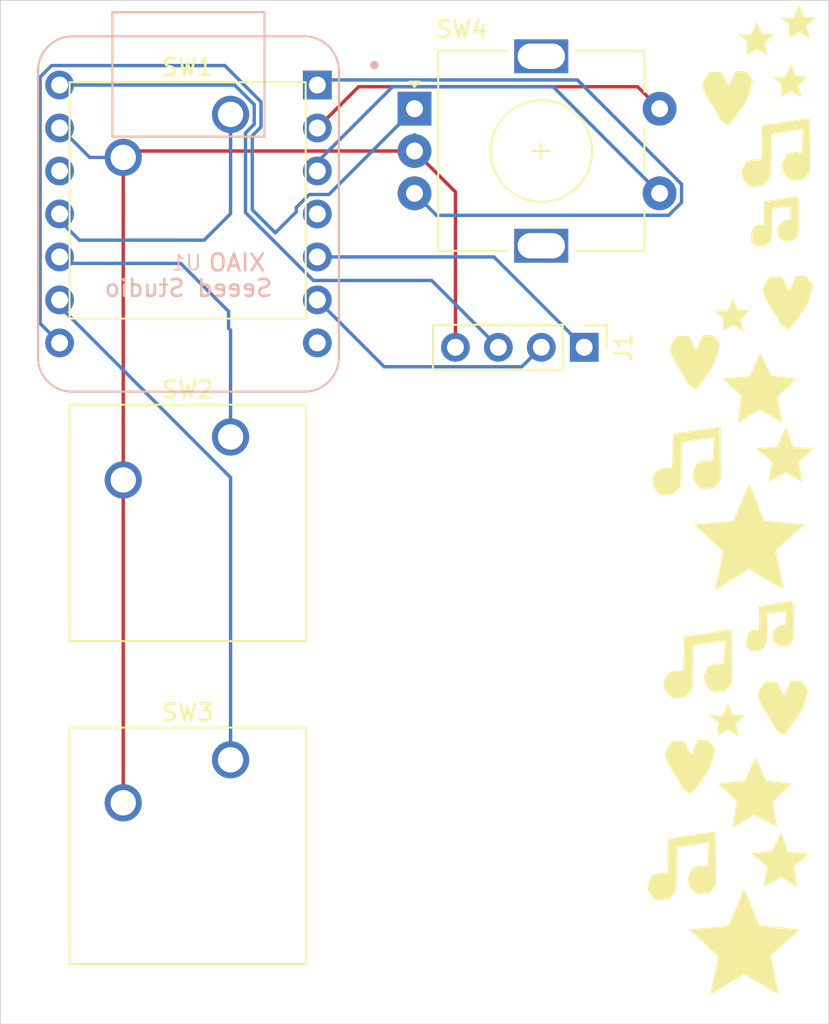
<source format=kicad_pcb>
(kicad_pcb (version 20240108) (generator "pcbnew") (generator_version "8.0")
  (layers (0 "F.Cu" signal) (31 "B.Cu" signal) (34 "B.Paste" user) (35 "F.Paste" user) (36 "B.SilkS" user "B.Silkscreen") (37 "F.SilkS" user "F.Silkscreen") (38 "B.Mask" user) (39 "F.Mask" user) (44 "Edge.Cuts" user))
  (net 0 "")
  (net 1 "Net-(U1-PA6_A10_D10_MOSI)")
  (net 2 "GND")
  (net 3 "Net-(U1-PA5_A9_D9_MISO)")
  (net 4 "Net-(U1-PA7_A8_D8_SCK)")
  (net 7 "SCL")
  (net 9 "SDA")
  (net 10 "VCC")
  (net 11 "EC11SWA")
  (net 12 "EC11A")
  (net 13 "EC11SWB")
  (net 14 "EC11B")
  (footprint "Rotary_Encoder:RotaryEncoder_Alps_EC11E-Switch_Vertical_H20mm" (layer "F.Cu") (at 74.5 65.9)
    (property "Reference" "SW4" (at 2.8 -4.7 0) (layer "F.SilkS"))
    (property "Value" "RotaryEncoder_Switch")
    (fp_line (start -0.3 -1.6) (end 0.3 -1.6) (stroke (width 0.12)) (layer "F.SilkS"))
    (fp_line (start 0 -1.3) (end -0.3 -1.6) (stroke (width 0.12)) (layer "F.SilkS"))
    (fp_line (start 0.3 -1.6) (end 0 -1.3) (stroke (width 0.12)) (layer "F.SilkS"))
    (fp_line (start 1.4 -3.4) (end 1.4 8.4) (stroke (width 0.12)) (layer "F.SilkS"))
    (fp_line (start 5.5 -3.4) (end 1.4 -3.4) (stroke (width 0.12)) (layer "F.SilkS"))
    (fp_line (start 5.5 8.4) (end 1.4 8.4) (stroke (width 0.12)) (layer "F.SilkS"))
    (fp_line (start 7 2.5) (end 8 2.5) (stroke (width 0.12)) (layer "F.SilkS"))
    (fp_line (start 7.5 2) (end 7.5 3) (stroke (width 0.12)) (layer "F.SilkS"))
    (fp_line (start 9.5 -3.4) (end 13.6 -3.4) (stroke (width 0.12)) (layer "F.SilkS"))
    (fp_line (start 13.6 -3.4) (end 13.6 -1) (stroke (width 0.12)) (layer "F.SilkS"))
    (fp_line (start 13.6 1.2) (end 13.6 3.8) (stroke (width 0.12)) (layer "F.SilkS"))
    (fp_line (start 13.6 6) (end 13.6 8.4) (stroke (width 0.12)) (layer "F.SilkS"))
    (fp_line (start 13.6 8.4) (end 9.5 8.4) (stroke (width 0.12)) (layer "F.SilkS"))
    (fp_circle (center 7.5 2.5) (end 10.5 2.5) (stroke (width 0.12)) (fill none) (layer "F.SilkS"))
    (pad "A" thru_hole rect (at 0 0) (size 2 2) (drill 1) (layers "*.Cu" "*.Mask") (net 12 "EC11A"))
    (pad "B" thru_hole circle (at 0 5) (size 2 2) (drill 1) (layers "*.Cu" "*.Mask") (net 14 "EC11B"))
    (pad "C" thru_hole circle (at 0 2.5) (size 2 2) (drill 1) (layers "*.Cu" "*.Mask") (net 2 "GND"))
    (pad "MP" thru_hole rect (at 7.5 -3.1) (size 3.2 2) (drill oval 2.8 1.5) (layers "*.Cu" "*.Mask"))
    (pad "MP" thru_hole rect (at 7.5 8.1) (size 3.2 2) (drill oval 2.8 1.5) (layers "*.Cu" "*.Mask"))
    (pad "S1" thru_hole circle (at 14.5 5) (size 2 2) (drill 1) (layers "*.Cu" "*.Mask") (net 13 "EC11SWB"))
    (pad "S2" thru_hole circle (at 14.5 0) (size 2 2) (drill 1) (layers "*.Cu" "*.Mask") (net 11 "EC11SWA"))
  )
  (footprint "Connector_PinHeader_2.54mm:PinHeader_1x04_P2.54mm_Vertical" (layer "F.Cu") (at 84.54 80 -90)
    (property "Reference" "J1" (at 0 -2.33 90) (layer "F.SilkS"))
    (property "Value" "OLED_DISPLAY")
    (fp_line (start -1.33 8.95) (end 1.33 8.95) (stroke (width 0.12)) (layer "F.SilkS"))
    (fp_line (start -1.33 1.27) (end -1.33 8.95) (stroke (width 0.12)) (layer "F.SilkS"))
    (fp_line (start -1.33 1.27) (end 1.33 1.27) (stroke (width 0.12)) (layer "F.SilkS"))
    (fp_line (start 1.33 1.27) (end 1.33 8.95) (stroke (width 0.12)) (layer "F.SilkS"))
    (fp_line (start -1.33 0) (end -1.33 -1.33) (stroke (width 0.12)) (layer "F.SilkS"))
    (fp_line (start -1.33 -1.33) (end 0 -1.33) (stroke (width 0.12)) (layer "F.SilkS"))
    (pad "1" thru_hole rect (at 0 0 270) (size 1.7 1.7) (drill 1) (layers "*.Cu" "*.Mask") (net 9 "SDA"))
    (pad "2" thru_hole oval (at 0 2.54 270) (size 1.7 1.7) (drill 1) (layers "*.Cu" "*.Mask") (net 7 "SCL"))
    (pad "3" thru_hole oval (at 0 5.08 270) (size 1.7 1.7) (drill 1) (layers "*.Cu" "*.Mask") (net 10 "VCC"))
    (pad "4" thru_hole oval (at 0 7.62 270) (size 1.7 1.7) (drill 1) (layers "*.Cu" "*.Mask") (net 2 "GND"))
  )
  (footprint "Button_Switch_Keyboard:SW_Cherry_MX_1.00u_PCB" (layer "F.Cu") (at 63.616 85.3)
    (property "Reference" "SW2" (at -2.54 -2.794 0) (layer "F.SilkS"))
    (property "Value" "SW_Push")
    (fp_line (start -9.525 -1.905) (end 4.445 -1.905) (stroke (width 0.12)) (layer "F.SilkS"))
    (fp_line (start -9.525 12.065) (end -9.525 -1.905) (stroke (width 0.12)) (layer "F.SilkS"))
    (fp_line (start 4.445 -1.905) (end 4.445 12.065) (stroke (width 0.12)) (layer "F.SilkS"))
    (fp_line (start 4.445 12.065) (end -9.525 12.065) (stroke (width 0.12)) (layer "F.SilkS"))
    (pad "" np_thru_hole circle (at -7.62 5.08) (size 1.7 1.7) (drill 1.7) (layers "*.Cu" "*.Mask"))
    (pad "" np_thru_hole circle (at -2.54 5.08) (size 4 4) (drill 4) (layers "*.Cu" "*.Mask"))
    (pad "" np_thru_hole circle (at 2.54 5.08) (size 1.7 1.7) (drill 1.7) (layers "*.Cu" "*.Mask"))
    (pad "1" thru_hole circle (at 0 0) (size 2.2 2.2) (drill 1.5) (layers "*.Cu" "*.Mask") (net 3 "Net-(U1-PA5_A9_D9_MISO)"))
    (pad "2" thru_hole circle (at -6.35 2.54) (size 2.2 2.2) (drill 1.5) (layers "*.Cu" "*.Mask") (net 2 "GND"))
  )
  (footprint "Button_Switch_Keyboard:SW_Cherry_MX_1.00u_PCB" (layer "F.Cu") (at 63.616 104.38)
    (property "Reference" "SW3" (at -2.54 -2.794 0) (layer "F.SilkS"))
    (property "Value" "SW_Push")
    (fp_line (start -9.525 -1.905) (end 4.445 -1.905) (stroke (width 0.12)) (layer "F.SilkS"))
    (fp_line (start -9.525 12.065) (end -9.525 -1.905) (stroke (width 0.12)) (layer "F.SilkS"))
    (fp_line (start 4.445 -1.905) (end 4.445 12.065) (stroke (width 0.12)) (layer "F.SilkS"))
    (fp_line (start 4.445 12.065) (end -9.525 12.065) (stroke (width 0.12)) (layer "F.SilkS"))
    (pad "" np_thru_hole circle (at -7.62 5.08) (size 1.7 1.7) (drill 1.7) (layers "*.Cu" "*.Mask"))
    (pad "" np_thru_hole circle (at -2.54 5.08) (size 4 4) (drill 4) (layers "*.Cu" "*.Mask"))
    (pad "" np_thru_hole circle (at 2.54 5.08) (size 1.7 1.7) (drill 1.7) (layers "*.Cu" "*.Mask"))
    (pad "1" thru_hole circle (at 0 0) (size 2.2 2.2) (drill 1.5) (layers "*.Cu" "*.Mask") (net 4 "Net-(U1-PA7_A8_D8_SCK)"))
    (pad "2" thru_hole circle (at -6.35 2.54) (size 2.2 2.2) (drill 1.5) (layers "*.Cu" "*.Mask") (net 2 "GND"))
  )
  (footprint "Button_Switch_Keyboard:SW_Cherry_MX_1.00u_PCB" (layer "F.Cu") (at 63.616 66.23747)
    (property "Reference" "SW1" (at -2.54 -2.794 0) (layer "F.SilkS"))
    (property "Value" "SW_Push")
    (fp_line (start -9.525 -1.905) (end 4.445 -1.905) (stroke (width 0.12)) (layer "F.SilkS"))
    (fp_line (start -9.525 12.065) (end -9.525 -1.905) (stroke (width 0.12)) (layer "F.SilkS"))
    (fp_line (start 4.445 -1.905) (end 4.445 12.065) (stroke (width 0.12)) (layer "F.SilkS"))
    (fp_line (start 4.445 12.065) (end -9.525 12.065) (stroke (width 0.12)) (layer "F.SilkS"))
    (pad "" np_thru_hole circle (at -7.62 5.08) (size 1.7 1.7) (drill 1.7) (layers "*.Cu" "*.Mask"))
    (pad "" np_thru_hole circle (at -2.54 5.08) (size 4 4) (drill 4) (layers "*.Cu" "*.Mask"))
    (pad "" np_thru_hole circle (at 2.54 5.08) (size 1.7 1.7) (drill 1.7) (layers "*.Cu" "*.Mask"))
    (pad "1" thru_hole circle (at 0 0) (size 2.2 2.2) (drill 1.5) (layers "*.Cu" "*.Mask") (net 1 "Net-(U1-PA6_A10_D10_MOSI)"))
    (pad "2" thru_hole circle (at -6.35 2.54) (size 2.2 2.2) (drill 1.5) (layers "*.Cu" "*.Mask") (net 2 "GND"))
  )
  (footprint "Seeed Studio XIAO Series Library:XIAO-Generic-Thruhole-14P-2.54-21X17.8MM" (layer "B.Cu") (at 61.125 72.12 180)
    (property "Reference" "U1" (at 0.125 -2.88 0) (layer "B.SilkS") (effects (font (size 0.889 0.889) (thickness 0.1016)) (justify mirror)))
    (property "Value" "XIAO RP2040" (hide yes))
    (fp_line (start 8.9 8.5) (end 8.9 -8.5) (stroke (width 0.127)) (layer "B.SilkS"))
    (fp_line (start 6.9 -10.5) (end -6.9 -10.5) (stroke (width 0.127)) (layer "B.SilkS"))
    (fp_line (start 4.5 11.92403) (end -4.5 11.92403) (stroke (width 0.127)) (layer "B.SilkS"))
    (fp_line (start 4.5 4.57073) (end 4.5 11.92403) (stroke (width 0.127)) (layer "B.SilkS"))
    (fp_line (start -4.5 11.92403) (end -4.5 4.57073) (stroke (width 0.127)) (layer "B.SilkS"))
    (fp_line (start -4.5 4.57073) (end 4.5 4.57073) (stroke (width 0.127)) (layer "B.SilkS"))
    (fp_line (start -6.9 10.49909) (end 6.9 10.49909) (stroke (width 0.127)) (layer "B.SilkS"))
    (fp_line (start -8.9 -8.5) (end -8.9 8.5) (stroke (width 0.127)) (layer "B.SilkS"))
    (fp_arc (start 8.9 8.5) (mid 8.301492 9.901492) (end 6.9 10.5) (stroke (width 0.12)) (layer "B.SilkS"))
    (fp_arc (start 6.9 -10.5) (mid 8.314214 -9.914214) (end 8.9 -8.5) (stroke (width 0.12)) (layer "B.SilkS"))
    (fp_arc (start -6.9 10.5) (mid -8.301491 9.901491) (end -8.9 8.5) (stroke (width 0.12)) (layer "B.SilkS"))
    (fp_arc (start -8.9 -8.5) (mid -8.301423 -9.901423) (end -6.9 -10.5) (stroke (width 0.12)) (layer "B.SilkS"))
    (fp_circle (center -11 8.8) (end -11 9.054) (fill solid) (layer "B.SilkS"))
    (fp_poly (pts (xy -8.887715 8.561705) (xy -8.884667 8.610473) (xy -8.880603 8.659494)) (stroke (width 0.0254)) (fill none) (layer "B.SilkS"))
    (fp_poly (pts (xy 8.889492 -8.521574) (xy 8.887713 -8.57085) (xy 8.884665 -8.619618) (xy 8.880601 -8.668639) (xy 8.875268 -8.717407) (xy 8.868664 -8.766175) (xy 8.861044 -8.81469) (xy 8.852153 -8.86295) (xy 8.842248 -8.910955)) (stroke (width 0.0254)) (fill none) (layer "B.SilkS"))
    (fp_text user "XIAO" (at -2.875 -2.88 0) (layer "B.SilkS") (effects (justify mirror)))
    (fp_text user "Seeed Studio" (at 0 -4.38 0) (layer "B.SilkS") (effects (justify mirror)))
    (pad "1" thru_hole rect (at -7.625 7.62 180) (size 1.7 1.7) (drill 1) (layers "*.Cu" "*.Mask") (net 14 "EC11B"))
    (pad "2" thru_hole circle (at -7.625 5.08 180) (size 1.7 1.7) (drill 1) (layers "*.Cu" "*.Mask") (net 11 "EC11SWA"))
    (pad "3" thru_hole circle (at -7.625 2.54 180) (size 1.7 1.7) (drill 1) (layers "*.Cu" "*.Mask") (net 13 "EC11SWB"))
    (pad "4" thru_hole circle (at -7.625 0 180) (size 1.7 1.7) (drill 1) (layers "*.Cu" "*.Mask"))
    (pad "5" thru_hole circle (at -7.625 -2.54 180) (size 1.7 1.7) (drill 1) (layers "*.Cu" "*.Mask") (net 9 "SDA"))
    (pad "6" thru_hole circle (at -7.625 -5.08) (size 1.7 1.7) (drill 1) (layers "*.Cu" "*.Mask") (net 7 "SCL"))
    (pad "7" thru_hole circle (at -7.625 -7.62 180) (size 1.7 1.7) (drill 1) (layers "*.Cu" "*.Mask"))
    (pad "8" thru_hole circle (at 7.625 -7.62 180) (size 1.7 1.7) (drill 1) (layers "*.Cu" "*.Mask") (net 12 "EC11A"))
    (pad "9" thru_hole circle (at 7.625 -5.08 180) (size 1.7 1.7) (drill 1) (layers "*.Cu" "*.Mask") (net 4 "Net-(U1-PA7_A8_D8_SCK)"))
    (pad "10" thru_hole circle (at 7.625 -2.54 180) (size 1.7 1.7) (drill 1) (layers "*.Cu" "*.Mask") (net 3 "Net-(U1-PA5_A9_D9_MISO)"))
    (pad "11" thru_hole circle (at 7.625 0 180) (size 1.7 1.7) (drill 1) (layers "*.Cu" "*.Mask") (net 1 "Net-(U1-PA6_A10_D10_MOSI)"))
    (pad "12" thru_hole circle (at 7.625 2.54 180) (size 1.7 1.7) (drill 1) (layers "*.Cu" "*.Mask"))
    (pad "13" thru_hole circle (at 7.625 5.08 180) (size 1.7 1.7) (drill 1) (layers "*.Cu" "*.Mask") (net 2 "GND"))
    (pad "14" thru_hole circle (at 7.625 7.62 180) (size 1.7 1.7) (drill 1) (layers "*.Cu" "*.Mask") (net 10 "VCC"))
  )
  (gr_poly (pts (xy 93.92 79) (xy 93.73 78.32) (xy 94.24 77.85) (xy 93.58 77.82) (xy 93.34 77.19) (xy 93.04 77.88) (xy 92.33 77.87) (xy 92.77 78.19) (xy 92.8 78.97) (xy 93.34 78.63) (xy 93.91 78.99)) (stroke (width 0.1)) (fill solid) (layer "F.SilkS"))
  (gr_poly (pts (xy 95.34 62.68) (xy 95.15 62) (xy 95.66 61.53) (xy 95 61.5) (xy 94.76 60.87) (xy 94.46 61.56) (xy 93.75 61.55) (xy 94.19 61.87) (xy 94.22 62.65) (xy 94.76 62.31) (xy 95.33 62.67)) (stroke (width 0.1)) (fill solid) (layer "F.SilkS"))
  (gr_poly (pts (xy 95.3 97.41) (xy 95.32 95.7) (xy 96.5 95.56) (xy 96.48 96.45) (xy 96.13 96.46) (xy 95.93 96.61) (xy 95.79 96.76) (xy 95.71 96.97) (xy 95.79 97.4) (xy 96.11 97.63) (xy 96.56 97.63) (xy 96.73 97.47) (xy 96.88 97.22) (xy 96.9 96.76) (xy 96.89 95.12) (xy 96.83 95.04) (xy 94.93 95.34) (xy 94.94 96.7) (xy 94.67 96.75) (xy 94.44 96.75) (xy 94.27 96.92) (xy 94.18 97.28) (xy 94.18 97.65) (xy 94.31 97.82) (xy 94.51 97.93) (xy 94.81 97.93) (xy 95.05 97.83) (xy 95.22 97.64) (xy 95.29 97.38)) (stroke (width 0.1)) (fill solid) (layer "F.SilkS"))
  (gr_poly (pts (xy 92.17 118.11) (xy 94 117) (xy 95.99 118.18) (xy 95.54 115.91) (xy 97.21 114.43) (xy 94.88 114.22) (xy 94.01 112.09) (xy 93.09 114.24) (xy 90.84 114.44) (xy 92.52 115.98) (xy 92.05 118.17) (xy 92.22 118.09)) (stroke (width 0.1)) (fill solid) (layer "F.SilkS"))
  (gr_poly (pts (xy 89.5 111.07) (xy 89.54 109.08) (xy 92.27 108.66) (xy 92.29 111.72) (xy 92.13 111.99) (xy 91.92 112.2) (xy 91.33 112.27) (xy 91.06 112.17) (xy 90.81 111.84) (xy 90.7 111.38) (xy 90.96 110.79) (xy 91.43 110.66) (xy 91.88 110.72) (xy 91.96 109.21) (xy 89.98 109.53) (xy 89.96 112.03) (xy 89.79 112.33) (xy 89.48 112.58) (xy 89.14 112.63) (xy 88.85 112.63) (xy 88.7 112.54) (xy 88.51 112.34) (xy 88.36 112.08) (xy 88.34 111.69) (xy 88.58 111.23) (xy 88.99 111.1) (xy 89.5 111.13) (xy 89.48 111.01)) (stroke (width 0.1)) (fill solid) (layer "F.SilkS"))
  (gr_poly (pts (xy 90.88 104.22) (xy 91.28 103.25) (xy 91.87 103.27) (xy 92.26 103.78) (xy 91.95 104.8) (xy 91.66 105.29) (xy 91.2 105.92) (xy 90.89 106.33) (xy 90.76 106.34) (xy 90.41 106.06) (xy 90.14 105.55) (xy 89.78 105) (xy 89.52 104.53) (xy 89.33 104.06) (xy 89.47 103.73) (xy 89.77 103.29) (xy 90.45 103.32) (xy 90.78 104.03) (xy 90.87 104.06)) (stroke (width 0.1)) (fill solid) (layer "F.SilkS"))
  (gr_poly (pts (xy 91.17 80.29) (xy 91.57 79.32) (xy 92.16 79.34) (xy 92.55 79.85) (xy 92.24 80.87) (xy 91.95 81.36) (xy 91.49 81.99) (xy 91.18 82.4) (xy 91.05 82.41) (xy 90.7 82.13) (xy 90.43 81.62) (xy 90.07 81.07) (xy 89.81 80.6) (xy 89.62 80.13) (xy 89.76 79.8) (xy 90.06 79.36) (xy 90.74 79.39) (xy 91.07 80.1) (xy 91.16 80.13)) (stroke (width 0.1)) (fill solid) (layer "F.SilkS"))
  (gr_poly (pts (xy 93.63 102.93) (xy 93.44 102.25) (xy 93.95 101.78) (xy 93.29 101.75) (xy 93.05 101.12) (xy 92.75 101.81) (xy 92.04 101.8) (xy 92.48 102.12) (xy 92.51 102.9) (xy 93.05 102.56) (xy 93.62 102.92)) (stroke (width 0.1)) (fill solid) (layer "F.SilkS"))
  (gr_poly (pts (xy 96.38 100.72) (xy 96.78 99.75) (xy 97.37 99.77) (xy 97.76 100.28) (xy 97.45 101.3) (xy 97.16 101.79) (xy 96.7 102.42) (xy 96.39 102.83) (xy 96.26 102.84) (xy 95.91 102.56) (xy 95.64 102.05) (xy 95.28 101.5) (xy 95.02 101.03) (xy 94.83 100.56) (xy 94.97 100.23) (xy 95.27 99.79) (xy 95.95 99.82) (xy 96.28 100.53) (xy 96.37 100.56)) (stroke (width 0.1)) (fill solid) (layer "F.SilkS"))
  (gr_poly (pts (xy 96.67 76.79) (xy 97.07 75.82) (xy 97.66 75.84) (xy 98.05 76.35) (xy 97.74 77.37) (xy 97.45 77.86) (xy 96.99 78.49) (xy 96.68 78.9) (xy 96.55 78.91) (xy 96.2 78.63) (xy 95.93 78.12) (xy 95.57 77.57) (xy 95.31 77.1) (xy 95.12 76.63) (xy 95.26 76.3) (xy 95.56 75.86) (xy 96.24 75.89) (xy 96.57 76.6) (xy 96.66 76.63)) (stroke (width 0.1)) (fill solid) (layer "F.SilkS"))
  (gr_poly (pts (xy 96.86 85.94) (xy 98.03 85.99) (xy 97.17 86.79) (xy 97.39 87.92) (xy 96.5 87.34) (xy 95.49 87.88) (xy 95.7 86.75) (xy 94.8 86.01) (xy 95.96 85.9) (xy 96.48 84.84)) (stroke (width 0.1)) (fill solid) (layer "F.SilkS"))
  (gr_poly (pts (xy 90.45 99.13) (xy 90.49 97.14) (xy 93.22 96.72) (xy 93.24 99.78) (xy 93.08 100.05) (xy 92.87 100.26) (xy 92.28 100.33) (xy 92.01 100.23) (xy 91.76 99.9) (xy 91.65 99.44) (xy 91.91 98.85) (xy 92.38 98.72) (xy 92.83 98.78) (xy 92.91 97.27) (xy 90.93 97.59) (xy 90.91 100.09) (xy 90.74 100.39) (xy 90.43 100.64) (xy 90.09 100.69) (xy 89.8 100.69) (xy 89.65 100.6) (xy 89.46 100.4) (xy 89.31 100.14) (xy 89.29 99.75) (xy 89.53 99.29) (xy 89.94 99.16) (xy 90.45 99.19) (xy 90.43 99.07)) (stroke (width 0.1)) (fill solid) (layer "F.SilkS"))
  (gr_poly (pts (xy 93.41 108.31) (xy 94.62 107.59) (xy 95.89 108.27) (xy 95.64 106.85) (xy 96.73 105.82) (xy 95.27 105.65) (xy 94.68 104.32) (xy 94.06 105.68) (xy 92.52 105.81) (xy 93.6 106.79) (xy 93.38 108.32) (xy 93.45 108.26)) (stroke (width 0.1)) (fill solid) (layer "F.SilkS"))
  (gr_poly (pts (xy 95.07 68.91) (xy 95.11 66.92) (xy 97.84 66.5) (xy 97.86 69.56) (xy 97.7 69.83) (xy 97.49 70.04) (xy 96.9 70.11) (xy 96.63 70.01) (xy 96.38 69.68) (xy 96.27 69.22) (xy 96.53 68.63) (xy 97 68.5) (xy 97.45 68.56) (xy 97.53 67.05) (xy 95.55 67.37) (xy 95.53 69.87) (xy 95.36 70.17) (xy 95.05 70.42) (xy 94.71 70.47) (xy 94.42 70.47) (xy 94.27 70.38) (xy 94.08 70.18) (xy 93.93 69.92) (xy 93.91 69.53) (xy 94.15 69.07) (xy 94.56 68.94) (xy 95.07 68.97) (xy 95.05 68.85)) (stroke (width 0.1)) (fill solid) (layer "F.SilkS"))
  (gr_poly (pts (xy 93.7 84.38) (xy 94.91 83.66) (xy 96.18 84.34) (xy 95.93 82.92) (xy 97.02 81.89) (xy 95.56 81.72) (xy 94.97 80.39) (xy 94.35 81.75) (xy 92.81 81.88) (xy 93.89 82.86) (xy 93.67 84.39) (xy 93.74 84.33)) (stroke (width 0.1)) (fill solid) (layer "F.SilkS"))
  (gr_poly (pts (xy 97.84 61.68) (xy 97.65 61) (xy 98.16 60.53) (xy 97.5 60.5) (xy 97.26 59.87) (xy 96.96 60.56) (xy 96.25 60.55) (xy 96.69 60.87) (xy 96.72 61.65) (xy 97.26 61.31) (xy 97.83 61.67)) (stroke (width 0.1)) (fill solid) (layer "F.SilkS"))
  (gr_poly (pts (xy 96.57 109.87) (xy 97.74 109.92) (xy 96.88 110.72) (xy 97.1 111.85) (xy 96.21 111.27) (xy 95.2 111.81) (xy 95.41 110.68) (xy 94.51 109.94) (xy 95.67 109.83) (xy 96.19 108.77)) (stroke (width 0.1)) (fill solid) (layer "F.SilkS"))
  (gr_poly (pts (xy 95.59 73.48) (xy 95.61 71.77) (xy 96.79 71.63) (xy 96.77 72.52) (xy 96.42 72.53) (xy 96.22 72.68) (xy 96.08 72.83) (xy 96 73.04) (xy 96.08 73.47) (xy 96.4 73.7) (xy 96.85 73.7) (xy 97.02 73.54) (xy 97.17 73.29) (xy 97.19 72.83) (xy 97.18 71.19) (xy 97.12 71.11) (xy 95.22 71.41) (xy 95.23 72.77) (xy 94.96 72.82) (xy 94.73 72.82) (xy 94.56 72.99) (xy 94.47 73.35) (xy 94.47 73.72) (xy 94.6 73.89) (xy 94.8 74) (xy 95.1 74) (xy 95.34 73.9) (xy 95.51 73.71) (xy 95.58 73.45)) (stroke (width 0.1)) (fill solid) (layer "F.SilkS"))
  (gr_poly (pts (xy 93.1 64.69) (xy 93.5 63.72) (xy 94.09 63.74) (xy 94.48 64.25) (xy 94.17 65.27) (xy 93.88 65.76) (xy 93.42 66.39) (xy 93.11 66.8) (xy 92.98 66.81) (xy 92.63 66.53) (xy 92.36 66.02) (xy 92 65.47) (xy 91.74 65) (xy 91.55 64.53) (xy 91.69 64.2) (xy 91.99 63.76) (xy 92.67 63.79) (xy 93 64.5) (xy 93.09 64.53)) (stroke (width 0.1)) (fill solid) (layer "F.SilkS"))
  (gr_poly (pts (xy 89.79 87.14) (xy 89.83 85.15) (xy 92.56 84.73) (xy 92.58 87.79) (xy 92.42 88.06) (xy 92.21 88.27) (xy 91.62 88.34) (xy 91.35 88.24) (xy 91.1 87.91) (xy 90.99 87.45) (xy 91.25 86.86) (xy 91.72 86.73) (xy 92.17 86.79) (xy 92.25 85.28) (xy 90.27 85.6) (xy 90.25 88.1) (xy 90.08 88.4) (xy 89.77 88.65) (xy 89.43 88.7) (xy 89.14 88.7) (xy 88.99 88.61) (xy 88.8 88.41) (xy 88.65 88.15) (xy 88.63 87.76) (xy 88.87 87.3) (xy 89.28 87.17) (xy 89.79 87.2) (xy 89.77 87.08)) (stroke (width 0.1)) (fill solid) (layer "F.SilkS"))
  (gr_poly (pts (xy 97.34 65.18) (xy 97.15 64.5) (xy 97.66 64.03) (xy 97 64) (xy 96.76 63.37) (xy 96.46 64.06) (xy 95.75 64.05) (xy 96.19 64.37) (xy 96.22 65.15) (xy 96.76 64.81) (xy 97.33 65.17)) (stroke (width 0.1)) (fill solid) (layer "F.SilkS"))
  (gr_poly (pts (xy 92.46 94.18) (xy 94.29 93.07) (xy 96.28 94.25) (xy 95.83 91.98) (xy 97.5 90.5) (xy 95.17 90.29) (xy 94.3 88.16) (xy 93.38 90.31) (xy 91.13 90.51) (xy 92.81 92.05) (xy 92.34 94.24) (xy 92.51 94.16)) (stroke (width 0.1)) (fill solid) (layer "F.SilkS"))
  (gr_rect (start 50 59.5) (end 99 120) (stroke (width 0.05)) (fill none) (layer "Edge.Cuts"))
  (segment (start 54.66747 73.66747) (end 53.5 72.5) (width 0.2) (layer "B.Cu") (net 1))
  (segment (start 63.616 72.100872) (end 62.049402 73.66747) (width 0.2) (layer "B.Cu") (net 1))
  (segment (start 62.049402 73.66747) (end 54.66747 73.66747) (width 0.2) (layer "B.Cu") (net 1))
  (segment (start 63.616 66.23747) (end 63.616 72.100872) (width 0.2) (layer "B.Cu") (net 1))
  (segment (start 76.92 70.82) (end 76.92 80) (width 0.2) (layer "F.Cu") (net 2))
  (segment (start 57.266 68.77747) (end 57.27747 68.77747) (width 0.2) (layer "F.Cu") (net 2))
  (segment (start 57.266 87.84) (end 57.266 106.92) (width 0.2) (layer "F.Cu") (net 2))
  (segment (start 57.64347 68.4) (end 74.5 68.4) (width 0.2) (layer "F.Cu") (net 2))
  (segment (start 57.266 68.77747) (end 57.10253 68.77747) (width 0.2) (layer "F.Cu") (net 2))
  (segment (start 57 68.88) (end 57.266 69.146) (width 0.2) (layer "F.Cu") (net 2))
  (segment (start 57.10253 68.77747) (end 57 68.88) (width 0.2) (layer "F.Cu") (net 2))
  (segment (start 74.5 68.4) (end 76.92 70.82) (width 0.2) (layer "F.Cu") (net 2))
  (segment (start 57.266 68.77747) (end 57.64347 68.4) (width 0.2) (layer "F.Cu") (net 2))
  (segment (start 57.266 87.84) (end 57.266 68.77747) (width 0.2) (layer "F.Cu") (net 2))
  (segment (start 57.266 68.77747) (end 57 68.77747) (width 0.2) (layer "B.Cu") (net 2))
  (segment (start 74.5 67.434314) (end 74.5 68.5) (width 0.2) (layer "B.Cu") (net 2))
  (segment (start 53.54 67.04) (end 55.27747 68.77747) (width 0.2) (layer "B.Cu") (net 2))
  (segment (start 57 88) (end 57.106 88) (width 0.2) (layer "B.Cu") (net 2))
  (segment (start 53.5 67.04) (end 53.54 67.04) (width 0.2) (layer "B.Cu") (net 2))
  (segment (start 57.106 88) (end 57.266 87.84) (width 0.2) (layer "B.Cu") (net 2))
  (segment (start 55.27747 68.77747) (end 57.266 68.77747) (width 0.2) (layer "B.Cu") (net 2))
  (segment (start 63.5 77.88) (end 63.5 78.88) (width 0.2) (layer "B.Cu") (net 3))
  (segment (start 63.5 78.88) (end 63.616 78.996) (width 0.2) (layer "B.Cu") (net 3))
  (segment (start 60.66 75.04) (end 63.5 77.88) (width 0.2) (layer "B.Cu") (net 3))
  (segment (start 63.616 78.996) (end 63.616 85.3) (width 0.2) (layer "B.Cu") (net 3))
  (segment (start 53.5 75.04) (end 60.66 75.04) (width 0.2) (layer "B.Cu") (net 3))
  (segment (start 63.616 87.696) (end 63.616 104.38) (width 0.2) (layer "B.Cu") (net 4))
  (segment (start 53.5 77.58) (end 63.616 87.696) (width 0.2) (layer "B.Cu") (net 4))
  (segment (start 82 80) (end 80.85 81.15) (width 0.2) (layer "B.Cu") (net 7))
  (segment (start 72.7 81.15) (end 68.75 77.2) (width 0.2) (layer "B.Cu") (net 7))
  (segment (start 80.85 81.15) (end 72.7 81.15) (width 0.2) (layer "B.Cu") (net 7))
  (segment (start 84.54 80) (end 79.2 74.66) (width 0.2) (layer "B.Cu") (net 9))
  (segment (start 79.2 74.66) (end 68.75 74.66) (width 0.2) (layer "B.Cu") (net 9))
  (segment (start 79.5 80) (end 79.46 80) (width 0.2) (layer "F.Cu") (net 10))
  (segment (start 63.858429 64.5) (end 53.5 64.5) (width 0.2) (layer "B.Cu") (net 10))
  (segment (start 75.51 76.05) (end 68.513654 76.05) (width 0.2) (layer "B.Cu") (net 10))
  (segment (start 79.46 80) (end 75.51 76.05) (width 0.2) (layer "B.Cu") (net 10))
  (segment (start 64.5 67.333369) (end 65.016 66.817369) (width 0.2) (layer "B.Cu") (net 10))
  (segment (start 68.513654 76.05) (end 64.5 72.036346) (width 0.2) (layer "B.Cu") (net 10))
  (segment (start 53.5 64.5) (end 53.56253 64.43747) (width 0.2) (layer "B.Cu") (net 10))
  (segment (start 64.5 72.036346) (end 64.5 67.333369) (width 0.2) (layer "B.Cu") (net 10))
  (segment (start 65.016 66.817369) (end 65.016 65.657571) (width 0.2) (layer "B.Cu") (net 10))
  (segment (start 65.016 65.657571) (end 63.858429 64.5) (width 0.2) (layer "B.Cu") (net 10))
  (segment (start 68.75 67.04) (end 71.19 64.6) (width 0.2) (layer "F.Cu") (net 11))
  (segment (start 71.19 64.6) (end 87.7 64.6) (width 0.2) (layer "F.Cu") (net 11))
  (segment (start 87.7 64.6) (end 89 65.9) (width 0.2) (layer "F.Cu") (net 11))
  (segment (start 64.9 67.499055) (end 64.9 71.87066) (width 0.2) (layer "B.Cu") (net 12))
  (segment (start 53.023654 63.35) (end 63.274115 63.35) (width 0.2) (layer "B.Cu") (net 12))
  (segment (start 53.5 79.74) (end 52.35 78.59) (width 0.2) (layer "B.Cu") (net 12))
  (segment (start 67.5 72) (end 67.5 71.743654) (width 0.2) (layer "B.Cu") (net 12))
  (segment (start 52.35 78.59) (end 52.35 64.023654) (width 0.2) (layer "B.Cu") (net 12))
  (segment (start 65.416 66.983055) (end 64.9 67.499055) (width 0.2) (layer "B.Cu") (net 12))
  (segment (start 63.274115 63.35) (end 65.416 65.491885) (width 0.2) (layer "B.Cu") (net 12))
  (segment (start 64.9 71.87066) (end 66.26467 73.23533) (width 0.2) (layer "B.Cu") (net 12))
  (segment (start 52.35 64.023654) (end 53.023654 63.35) (width 0.2) (layer "B.Cu") (net 12))
  (segment (start 65.416 65.491885) (end 65.416 66.983055) (width 0.2) (layer "B.Cu") (net 12))
  (segment (start 68.273654 70.97) (end 69.43 70.97) (width 0.2) (layer "B.Cu") (net 12))
  (segment (start 66.26467 73.23533) (end 67.5 72) (width 0.2) (layer "B.Cu") (net 12))
  (segment (start 69.43 70.97) (end 74.5 65.9) (width 0.2) (layer "B.Cu") (net 12))
  (segment (start 67.5 71.743654) (end 68.273654 70.97) (width 0.2) (layer "B.Cu") (net 12))
  (segment (start 68.67 69.5) (end 68.5 69.5) (width 0.2) (layer "F.Cu") (net 13))
  (segment (start 68.67 69.5) (end 68.75 69.58) (width 0.2) (layer "F.Cu") (net 13))
  (segment (start 68.75 69.05) (end 68.75 69.58) (width 0.2) (layer "B.Cu") (net 13))
  (segment (start 73.2 64.6) (end 68.75 69.05) (width 0.2) (layer "B.Cu") (net 13))
  (segment (start 89 70.9) (end 82.7 64.6) (width 0.2) (layer "B.Cu") (net 13))
  (segment (start 82.7 64.6) (end 73.2 64.6) (width 0.2) (layer "B.Cu") (net 13))
  (segment (start 68.75 64.5) (end 68.5 64.5) (width 0.2) (layer "F.Cu") (net 14))
  (segment (start 68.75 64.5) (end 68.75 64.75) (width 0.2) (layer "B.Cu") (net 14))
  (segment (start 68.75 64.5) (end 69.05 64.2) (width 0.2) (layer "B.Cu") (net 14))
  (segment (start 68.75 64.75) (end 68.5 65) (width 0.2) (layer "B.Cu") (net 14))
  (segment (start 75.8 72.2) (end 74.5 70.9) (width 0.2) (layer "B.Cu") (net 14))
  (segment (start 90.3 70.361522) (end 90.3 71.438478) (width 0.2) (layer "B.Cu") (net 14))
  (segment (start 89.538478 72.2) (end 75.8 72.2) (width 0.2) (layer "B.Cu") (net 14))
  (segment (start 90.3 71.438478) (end 89.538478 72.2) (width 0.2) (layer "B.Cu") (net 14))
  (segment (start 69.05 64.2) (end 84.138478 64.2) (width 0.2) (layer "B.Cu") (net 14))
  (segment (start 84.138478 64.2) (end 90.3 70.361522) (width 0.2) (layer "B.Cu") (net 14))
)
</source>
